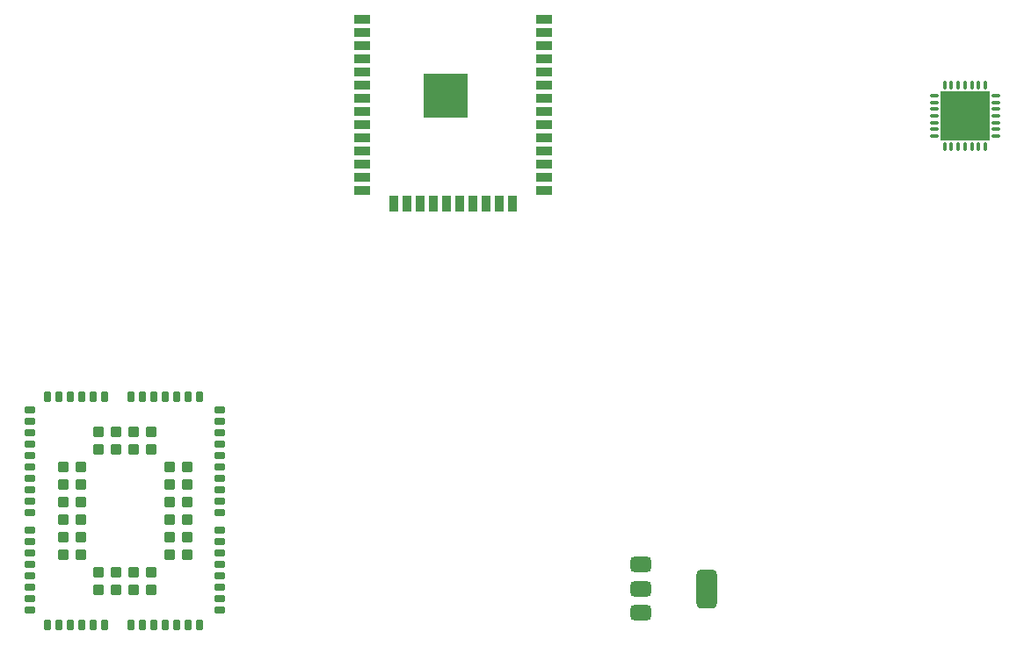
<source format=gbr>
%TF.GenerationSoftware,KiCad,Pcbnew,9.0.0*%
%TF.CreationDate,2025-04-29T11:20:53+05:30*%
%TF.ProjectId,PCB design for IoT-based Street Parking Management,50434220-6465-4736-9967-6e20666f7220,rev?*%
%TF.SameCoordinates,Original*%
%TF.FileFunction,Soldermask,Top*%
%TF.FilePolarity,Negative*%
%FSLAX46Y46*%
G04 Gerber Fmt 4.6, Leading zero omitted, Abs format (unit mm)*
G04 Created by KiCad (PCBNEW 9.0.0) date 2025-04-29 11:20:53*
%MOMM*%
%LPD*%
G01*
G04 APERTURE LIST*
G04 Aperture macros list*
%AMRoundRect*
0 Rectangle with rounded corners*
0 $1 Rounding radius*
0 $2 $3 $4 $5 $6 $7 $8 $9 X,Y pos of 4 corners*
0 Add a 4 corners polygon primitive as box body*
4,1,4,$2,$3,$4,$5,$6,$7,$8,$9,$2,$3,0*
0 Add four circle primitives for the rounded corners*
1,1,$1+$1,$2,$3*
1,1,$1+$1,$4,$5*
1,1,$1+$1,$6,$7*
1,1,$1+$1,$8,$9*
0 Add four rect primitives between the rounded corners*
20,1,$1+$1,$2,$3,$4,$5,0*
20,1,$1+$1,$4,$5,$6,$7,0*
20,1,$1+$1,$6,$7,$8,$9,0*
20,1,$1+$1,$8,$9,$2,$3,0*%
G04 Aperture macros list end*
%ADD10C,0.600000*%
%ADD11R,4.200000X4.200000*%
%ADD12R,1.500000X0.900000*%
%ADD13R,0.900000X1.500000*%
%ADD14RoundRect,0.375000X-0.625000X-0.375000X0.625000X-0.375000X0.625000X0.375000X-0.625000X0.375000X0*%
%ADD15RoundRect,0.500000X-0.500000X-1.400000X0.500000X-1.400000X0.500000X1.400000X-0.500000X1.400000X0*%
%ADD16R,4.800000X4.800000*%
%ADD17RoundRect,0.075000X-0.075000X-0.312500X0.075000X-0.312500X0.075000X0.312500X-0.075000X0.312500X0*%
%ADD18RoundRect,0.075000X-0.312500X-0.075000X0.312500X-0.075000X0.312500X0.075000X-0.312500X0.075000X0*%
%ADD19RoundRect,0.140000X-0.410000X-0.210000X0.410000X-0.210000X0.410000X0.210000X-0.410000X0.210000X0*%
%ADD20RoundRect,0.140000X-0.210000X-0.410000X0.210000X-0.410000X0.210000X0.410000X-0.210000X0.410000X0*%
%ADD21RoundRect,0.200000X-0.300000X-0.300000X0.300000X-0.300000X0.300000X0.300000X-0.300000X0.300000X0*%
%ADD22RoundRect,0.200000X0.300000X-0.300000X0.300000X0.300000X-0.300000X0.300000X-0.300000X-0.300000X0*%
G04 APERTURE END LIST*
D10*
%TO.C,U2*%
X164427500Y-95712500D03*
X164427500Y-94187500D03*
X163665000Y-96475000D03*
X163665000Y-94950000D03*
X163665000Y-93425000D03*
X162902500Y-95712500D03*
D11*
X162902500Y-94950000D03*
D10*
X162902500Y-94187500D03*
X162140000Y-96475000D03*
X162140000Y-94950000D03*
X162140000Y-93425000D03*
X161377500Y-95712500D03*
X161377500Y-94187500D03*
D12*
X172332500Y-87610000D03*
X172332500Y-88880000D03*
X172332500Y-90150000D03*
X172332500Y-91420000D03*
X172332500Y-92690000D03*
X172332500Y-93960000D03*
X172332500Y-95230000D03*
X172332500Y-96500000D03*
X172332500Y-97770000D03*
X172332500Y-99040000D03*
X172332500Y-100310000D03*
X172332500Y-101580000D03*
X172332500Y-102850000D03*
X172332500Y-104120000D03*
D13*
X169302500Y-105370000D03*
X168032500Y-105370000D03*
X166762500Y-105370000D03*
X165492500Y-105370000D03*
X164222500Y-105370000D03*
X162952500Y-105370000D03*
X161682500Y-105370000D03*
X160412500Y-105370000D03*
X159142500Y-105370000D03*
X157872500Y-105370000D03*
D12*
X154832500Y-104120000D03*
X154832500Y-102850000D03*
X154832500Y-101580000D03*
X154832500Y-100310000D03*
X154832500Y-99040000D03*
X154832500Y-97770000D03*
X154832500Y-96500000D03*
X154832500Y-95230000D03*
X154832500Y-93960000D03*
X154832500Y-92690000D03*
X154832500Y-91420000D03*
X154832500Y-90150000D03*
X154832500Y-88880000D03*
X154832500Y-87610000D03*
%TD*%
D14*
%TO.C,U6*%
X181700000Y-144800000D03*
D15*
X188000000Y-142500000D03*
D14*
X181700000Y-142500000D03*
X181700000Y-140200000D03*
%TD*%
D16*
%TO.C,U3*%
X212900000Y-96900000D03*
D17*
X210950000Y-93912500D03*
X211600000Y-93912500D03*
X212250000Y-93912500D03*
X212900000Y-93912500D03*
X213550000Y-93912500D03*
X214200000Y-93912500D03*
X214850000Y-93912500D03*
D18*
X215887500Y-94950000D03*
X215887500Y-95600000D03*
X215887500Y-96250000D03*
X215887500Y-96900000D03*
X215887500Y-97550000D03*
X215887500Y-98200000D03*
X215887500Y-98850000D03*
D17*
X214850000Y-99887500D03*
X214200000Y-99887500D03*
X213550000Y-99887500D03*
X212900000Y-99887500D03*
X212250000Y-99887500D03*
X211600000Y-99887500D03*
X210950000Y-99887500D03*
D18*
X209912500Y-98850000D03*
X209912500Y-98200000D03*
X209912500Y-97550000D03*
X209912500Y-96900000D03*
X209912500Y-96250000D03*
X209912500Y-95600000D03*
X209912500Y-94950000D03*
%TD*%
D19*
%TO.C,U1*%
X122850000Y-125300000D03*
X122850000Y-126400000D03*
X122850000Y-127500000D03*
X122850000Y-128600000D03*
X122850000Y-129700000D03*
X122850000Y-130800000D03*
X122850000Y-131900000D03*
X122850000Y-133000000D03*
X122850000Y-134100000D03*
X122850000Y-135200000D03*
X122850000Y-136900000D03*
X122850000Y-138000000D03*
X122850000Y-139100000D03*
X122850000Y-140200000D03*
X122850000Y-141300000D03*
X122850000Y-142400000D03*
X122850000Y-143500000D03*
X122850000Y-144600000D03*
D20*
X124550000Y-146000000D03*
X125650000Y-146000000D03*
X126750000Y-146000000D03*
X127850000Y-146000000D03*
X128950000Y-146000000D03*
X130050000Y-146000000D03*
X132550000Y-146000000D03*
X133650000Y-146000000D03*
X134750000Y-146000000D03*
X135850000Y-146000000D03*
X136950000Y-146000000D03*
X138050000Y-146000000D03*
X139150000Y-146000000D03*
D19*
X141150000Y-144600000D03*
X141150000Y-143500000D03*
X141150000Y-142400000D03*
X141150000Y-141300000D03*
X141150000Y-140200000D03*
X141150000Y-139100000D03*
X141150000Y-138000000D03*
X141150000Y-136900000D03*
X141150000Y-135200000D03*
X141150000Y-134100000D03*
X141150000Y-133000000D03*
X141150000Y-131900000D03*
X141150000Y-130800000D03*
X141150000Y-129700000D03*
X141150000Y-128600000D03*
X141150000Y-127500000D03*
X141150000Y-126400000D03*
X141150000Y-125300000D03*
D20*
X139150000Y-124000000D03*
X138050000Y-124000000D03*
X136950000Y-124000000D03*
X135850000Y-124000000D03*
X134750000Y-124000000D03*
X133650000Y-124000000D03*
X132550000Y-124000000D03*
X130050000Y-124000000D03*
X128950000Y-124000000D03*
X127850000Y-124000000D03*
X126750000Y-124000000D03*
X125650000Y-124000000D03*
X124550000Y-124000000D03*
D21*
X126050000Y-130750000D03*
X126050000Y-132450000D03*
X126050000Y-134150000D03*
X126050000Y-135850000D03*
X126050000Y-137550000D03*
X126050000Y-139250000D03*
D22*
X129450000Y-142650000D03*
X131150000Y-142650000D03*
X132850000Y-142650000D03*
X134550000Y-142650000D03*
D21*
X137950000Y-139250000D03*
X137950000Y-137550000D03*
X137950000Y-135850000D03*
X137950000Y-134150000D03*
X137950000Y-132450000D03*
X137950000Y-130750000D03*
D22*
X134550000Y-127350000D03*
X132850000Y-127350000D03*
X131150000Y-127350000D03*
X129450000Y-127350000D03*
D21*
X127750000Y-130750000D03*
X127750000Y-132450000D03*
X127750000Y-134150000D03*
X127750000Y-135850000D03*
X127750000Y-137550000D03*
X127750000Y-139250000D03*
D22*
X129450000Y-140950000D03*
X131150000Y-140950000D03*
X132850000Y-140950000D03*
X134550000Y-140950000D03*
D21*
X136250000Y-139250000D03*
X136250000Y-137550000D03*
X136250000Y-135850000D03*
X136250000Y-134150000D03*
X136250000Y-132450000D03*
X136250000Y-130750000D03*
D22*
X134550000Y-129050000D03*
X132850000Y-129050000D03*
X131150000Y-129050000D03*
X129450000Y-129050000D03*
%TD*%
M02*

</source>
